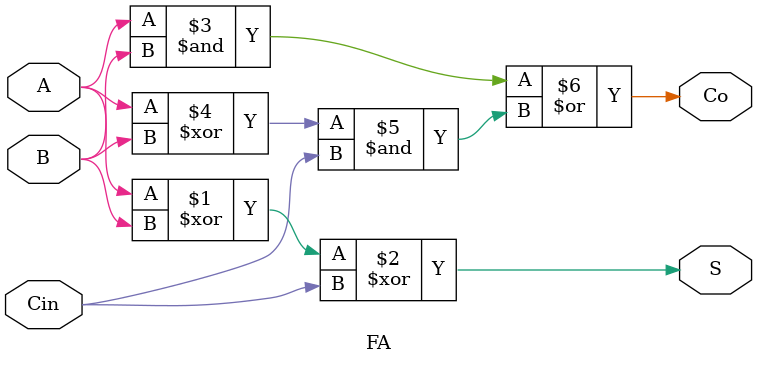
<source format=v>
/* ***************************************************************\
| Name of program : Lab5
| Author : Charles Heckel
| Date Created : 6/05/2018
| Date last updated : 6/05/2018
| Function : creates a sum and carry out for three given inputs 
| Method : performs continuous assignment for sum and carry out
| Inputs :	A	- 1bit input
|			B	- 1bit input
|			Cin	- 1bit input
| Output : 	Co	- 1bit output representing carry out
|			S	- 1bit output representing first bit sum of inputs
| Additional Comments : (Extras)
\*****************************************************************/

module FA(Cin, A, B, Co, S);
  // variables
  input Cin, A, B;
  output Co, S;
  
  // implementation
  // S = (!Cin && !A && B) || (!Cin && A && !B) ||
  //		(Cin && !A && !B) || (Cin && A && B)
  assign S = (A^B)^Cin; 
  
  // Co = (!Cin && A && B) || (Cin && !A && B) ||
  //		 (Cin && A && !B) || (Cin && A && B)
  assign Co = (A&B) | ((A^B) & Cin);
  
endmodule

</source>
